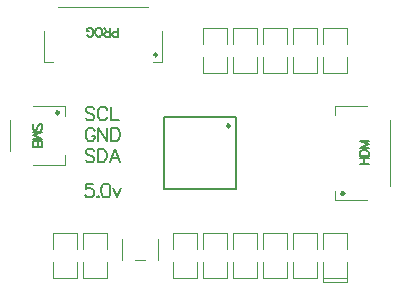
<source format=gto>
G04*
G04 #@! TF.GenerationSoftware,Altium Limited,Altium Designer,23.4.1 (23)*
G04*
G04 Layer_Color=65535*
%FSLAX25Y25*%
%MOIN*%
G70*
G04*
G04 #@! TF.SameCoordinates,47F6D48D-2594-4982-AAFB-0A648C4F03F0*
G04*
G04*
G04 #@! TF.FilePolarity,Positive*
G04*
G01*
G75*
%ADD10C,0.00984*%
%ADD11C,0.00400*%
%ADD12C,0.00800*%
%ADD13C,0.00600*%
D10*
X267795Y190715D02*
G03*
X267805Y190715I5J-492D01*
G01*
X172733Y216674D02*
G03*
X172723Y216674I-5J492D01*
G01*
X204948Y236382D02*
G03*
X204948Y236391I492J5D01*
G01*
X230242Y212758D02*
G03*
X230242Y212748I-492J-5D01*
G01*
D11*
X265389Y219489D02*
X275799D01*
X265389Y216282D02*
Y219489D01*
X265391Y188039D02*
X275802D01*
X265391D02*
Y191188D01*
X283642Y192768D02*
Y214742D01*
X269296Y162109D02*
Y167306D01*
X261146Y162109D02*
X269296D01*
X261146D02*
Y167306D01*
X269296Y171763D02*
Y176960D01*
X261146D02*
X269296D01*
X261146Y171763D02*
Y176960D01*
X269296Y160882D02*
Y162109D01*
X261184Y160882D02*
X269296D01*
X261146Y160920D02*
X261184Y160882D01*
X261146Y160920D02*
Y162109D01*
X249298Y162197D02*
Y167394D01*
X241148Y162197D02*
X249298D01*
X241148D02*
Y167394D01*
X249298Y171852D02*
Y177049D01*
X241148D02*
X249298D01*
X241148Y171852D02*
Y177049D01*
X251146Y171763D02*
Y176960D01*
X259296D01*
Y171763D02*
Y176960D01*
X251146Y162109D02*
Y167306D01*
Y162109D02*
X259296D01*
Y167306D01*
X239298Y162197D02*
Y167394D01*
X231148Y162197D02*
X239298D01*
X231148D02*
Y167394D01*
X239298Y171852D02*
Y177049D01*
X231148D02*
X239298D01*
X231148Y171852D02*
Y177049D01*
X221148Y171852D02*
Y177049D01*
X229298D01*
Y171852D02*
Y177049D01*
X221148Y162197D02*
Y167394D01*
Y162197D02*
X229298D01*
Y167394D01*
X219298Y162197D02*
Y167394D01*
X211148Y162197D02*
X219298D01*
X211148D02*
Y167394D01*
X219298Y171852D02*
Y177049D01*
X211148D02*
X219298D01*
X211148Y171852D02*
Y177049D01*
X206339Y167941D02*
Y175027D01*
X198662Y167941D02*
X201811D01*
X194134D02*
Y175027D01*
X181146Y171763D02*
Y176960D01*
X189296D01*
Y171763D02*
Y176960D01*
X181146Y162109D02*
Y167306D01*
Y162109D02*
X189296D01*
Y167306D01*
X171146Y171763D02*
Y176960D01*
X179296D01*
Y171763D02*
Y176960D01*
X171146Y162109D02*
Y167306D01*
Y162109D02*
X179296D01*
Y167306D01*
X164720Y199738D02*
X175134D01*
X175152Y216076D02*
Y219431D01*
Y199741D02*
Y203101D01*
X164723Y219428D02*
X175142D01*
X156979Y204459D02*
Y214792D01*
X172897Y252264D02*
X203054Y252295D01*
X207635Y234001D02*
Y244423D01*
X168276Y234001D02*
Y244423D01*
Y234001D02*
X171414D01*
X204521D02*
X207635D01*
X229251Y230396D02*
Y235593D01*
X221101Y230396D02*
X229251D01*
X221101D02*
Y235593D01*
X229251Y240050D02*
Y245247D01*
X221101D02*
X229251D01*
X221101Y240050D02*
Y245247D01*
X239251Y230396D02*
Y235593D01*
X231101Y230396D02*
X239251D01*
X231101D02*
Y235593D01*
X239251Y240050D02*
Y245247D01*
X231101D02*
X239251D01*
X231101Y240050D02*
Y245247D01*
X249251Y230396D02*
Y235593D01*
X241101Y230396D02*
X249251D01*
X241101D02*
Y235593D01*
X249251Y240050D02*
Y245247D01*
X241101D02*
X249251D01*
X241101Y240050D02*
Y245247D01*
X259251Y230396D02*
Y235593D01*
X251101Y230396D02*
X259251D01*
X251101D02*
Y235593D01*
X259251Y240050D02*
Y245247D01*
X251101D02*
X259251D01*
X251101Y240050D02*
Y245247D01*
X261101Y240050D02*
Y245247D01*
X269251D01*
Y240050D02*
Y245247D01*
X261101Y230396D02*
Y235593D01*
Y230396D02*
X269251D01*
Y235593D01*
D12*
X208250Y191603D02*
Y215806D01*
X232391D01*
Y191603D02*
Y215806D01*
X208250Y191603D02*
X232391D01*
D13*
X185099Y218456D02*
X184671Y218885D01*
X184028Y219099D01*
X183171D01*
X182528Y218885D01*
X182100Y218456D01*
Y218028D01*
X182314Y217599D01*
X182528Y217385D01*
X182957Y217171D01*
X184242Y216742D01*
X184671Y216528D01*
X184885Y216314D01*
X185099Y215885D01*
Y215243D01*
X184671Y214814D01*
X184028Y214600D01*
X183171D01*
X182528Y214814D01*
X182100Y215243D01*
X189320Y218028D02*
X189106Y218456D01*
X188677Y218885D01*
X188249Y219099D01*
X187392D01*
X186963Y218885D01*
X186535Y218456D01*
X186320Y218028D01*
X186106Y217385D01*
Y216314D01*
X186320Y215671D01*
X186535Y215243D01*
X186963Y214814D01*
X187392Y214600D01*
X188249D01*
X188677Y214814D01*
X189106Y215243D01*
X189320Y215671D01*
X190584Y219099D02*
Y214600D01*
X193155D01*
X185314Y211028D02*
X185099Y211456D01*
X184671Y211885D01*
X184242Y212099D01*
X183385D01*
X182957Y211885D01*
X182528Y211456D01*
X182314Y211028D01*
X182100Y210385D01*
Y209314D01*
X182314Y208671D01*
X182528Y208243D01*
X182957Y207814D01*
X183385Y207600D01*
X184242D01*
X184671Y207814D01*
X185099Y208243D01*
X185314Y208671D01*
Y209314D01*
X184242D02*
X185314D01*
X186342Y212099D02*
Y207600D01*
Y212099D02*
X189341Y207600D01*
Y212099D02*
Y207600D01*
X190584Y212099D02*
Y207600D01*
Y212099D02*
X192084D01*
X192726Y211885D01*
X193155Y211456D01*
X193369Y211028D01*
X193583Y210385D01*
Y209314D01*
X193369Y208671D01*
X193155Y208243D01*
X192726Y207814D01*
X192084Y207600D01*
X190584D01*
X185099Y204456D02*
X184671Y204885D01*
X184028Y205099D01*
X183171D01*
X182528Y204885D01*
X182100Y204456D01*
Y204028D01*
X182314Y203599D01*
X182528Y203385D01*
X182957Y203171D01*
X184242Y202742D01*
X184671Y202528D01*
X184885Y202314D01*
X185099Y201885D01*
Y201243D01*
X184671Y200814D01*
X184028Y200600D01*
X183171D01*
X182528Y200814D01*
X182100Y201243D01*
X186106Y205099D02*
Y200600D01*
Y205099D02*
X187606D01*
X188249Y204885D01*
X188677Y204456D01*
X188891Y204028D01*
X189106Y203385D01*
Y202314D01*
X188891Y201671D01*
X188677Y201243D01*
X188249Y200814D01*
X187606Y200600D01*
X186106D01*
X193540D02*
X191826Y205099D01*
X190113Y200600D01*
X190755Y202100D02*
X192898D01*
X193000Y244072D02*
X191715D01*
X191286Y243929D01*
X191143Y243786D01*
X191000Y243500D01*
Y243072D01*
X191143Y242786D01*
X191286Y242643D01*
X191715Y242501D01*
X193000D01*
Y245500D01*
X190329Y242501D02*
Y245500D01*
Y242501D02*
X189044D01*
X188615Y242643D01*
X188472Y242786D01*
X188330Y243072D01*
Y243358D01*
X188472Y243643D01*
X188615Y243786D01*
X189044Y243929D01*
X190329D01*
X189329D02*
X188330Y245500D01*
X186801Y242501D02*
X187087Y242643D01*
X187373Y242929D01*
X187515Y243215D01*
X187658Y243643D01*
Y244357D01*
X187515Y244786D01*
X187373Y245072D01*
X187087Y245357D01*
X186801Y245500D01*
X186230D01*
X185944Y245357D01*
X185659Y245072D01*
X185516Y244786D01*
X185373Y244357D01*
Y243643D01*
X185516Y243215D01*
X185659Y242929D01*
X185944Y242643D01*
X186230Y242501D01*
X186801D01*
X182531Y243215D02*
X182674Y242929D01*
X182959Y242643D01*
X183245Y242501D01*
X183816D01*
X184102Y242643D01*
X184388Y242929D01*
X184530Y243215D01*
X184673Y243643D01*
Y244357D01*
X184530Y244786D01*
X184388Y245072D01*
X184102Y245357D01*
X183816Y245500D01*
X183245D01*
X182959Y245357D01*
X182674Y245072D01*
X182531Y244786D01*
Y244357D01*
X183245D02*
X182531D01*
X273501Y200000D02*
X276500D01*
X273501Y202000D02*
X276500D01*
X274929Y200000D02*
Y202000D01*
X273501Y202828D02*
X276500D01*
X273501D02*
Y203828D01*
X273643Y204256D01*
X273929Y204542D01*
X274215Y204685D01*
X274643Y204827D01*
X275357D01*
X275786Y204685D01*
X276072Y204542D01*
X276357Y204256D01*
X276500Y203828D01*
Y202828D01*
X273501Y205499D02*
X276500D01*
X273501D02*
X276500Y206641D01*
X273501Y207784D02*
X276500Y206641D01*
X273501Y207784D02*
X276500D01*
X167171Y211400D02*
X167456Y211686D01*
X167599Y212115D01*
Y212686D01*
X167456Y213114D01*
X167171Y213400D01*
X166885D01*
X166600Y213257D01*
X166457Y213114D01*
X166314Y212829D01*
X166028Y211972D01*
X165885Y211686D01*
X165743Y211543D01*
X165457Y211400D01*
X165029D01*
X164743Y211686D01*
X164600Y212115D01*
Y212686D01*
X164743Y213114D01*
X165029Y213400D01*
X167599Y210729D02*
X164600D01*
X167599D02*
X164600Y209587D01*
X167599Y208444D02*
X164600Y209587D01*
X167599Y208444D02*
X164600D01*
X167599Y207587D02*
X164600D01*
X167599D02*
Y206301D01*
X167456Y205873D01*
X167314Y205730D01*
X167028Y205587D01*
X166742D01*
X166457Y205730D01*
X166314Y205873D01*
X166171Y206301D01*
Y207587D02*
Y206301D01*
X166028Y205873D01*
X165885Y205730D01*
X165600Y205587D01*
X165171D01*
X164886Y205730D01*
X164743Y205873D01*
X164600Y206301D01*
Y207587D01*
X184571Y193499D02*
X182429D01*
X182214Y191571D01*
X182429Y191785D01*
X183071Y191999D01*
X183714D01*
X184357Y191785D01*
X184785Y191357D01*
X184999Y190714D01*
Y190285D01*
X184785Y189643D01*
X184357Y189214D01*
X183714Y189000D01*
X183071D01*
X182429Y189214D01*
X182214Y189428D01*
X182000Y189857D01*
X186221Y189428D02*
X186006Y189214D01*
X186221Y189000D01*
X186435Y189214D01*
X186221Y189428D01*
X188706Y193499D02*
X188063Y193285D01*
X187635Y192642D01*
X187420Y191571D01*
Y190928D01*
X187635Y189857D01*
X188063Y189214D01*
X188706Y189000D01*
X189134D01*
X189777Y189214D01*
X190205Y189857D01*
X190420Y190928D01*
Y191571D01*
X190205Y192642D01*
X189777Y193285D01*
X189134Y193499D01*
X188706D01*
X191427Y191999D02*
X192712Y189000D01*
X193997Y191999D02*
X192712Y189000D01*
M02*

</source>
